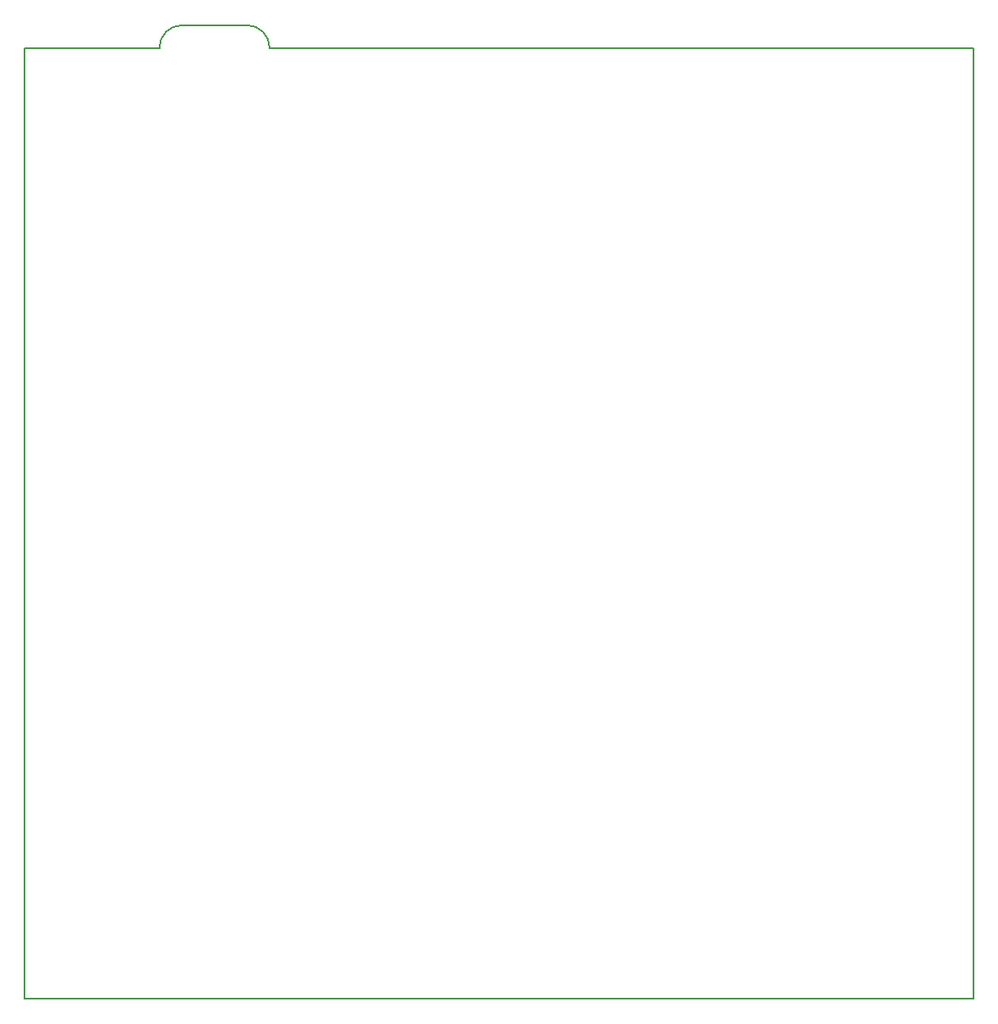
<source format=gm1>
G04 #@! TF.GenerationSoftware,KiCad,Pcbnew,(5.1.4-0-10_14)*
G04 #@! TF.CreationDate,2019-11-16T18:09:27+01:00*
G04 #@! TF.ProjectId,tripel,74726970-656c-42e6-9b69-6361645f7063,rev?*
G04 #@! TF.SameCoordinates,Original*
G04 #@! TF.FileFunction,Profile,NP*
%FSLAX46Y46*%
G04 Gerber Fmt 4.6, Leading zero omitted, Abs format (unit mm)*
G04 Created by KiCad (PCBNEW (5.1.4-0-10_14)) date 2019-11-16 18:09:27*
%MOMM*%
%LPD*%
G04 APERTURE LIST*
%ADD10C,0.150000*%
G04 APERTURE END LIST*
D10*
X206906250Y-133312500D02*
X111843750Y-133312500D01*
X127635000Y-35814000D02*
X134112000Y-35814000D01*
X125349000Y-38100000D02*
G75*
G02X127635000Y-35814000I2286000J0D01*
G01*
X134112000Y-35814000D02*
G75*
G02X136398000Y-38100000I0J-2286000D01*
G01*
X125349000Y-38100000D02*
X111843750Y-38100000D01*
X206906250Y-38100000D02*
X136398000Y-38100000D01*
X111843750Y-133312500D02*
X111843750Y-38100000D01*
X206906250Y-38100000D02*
X206906250Y-133312500D01*
M02*

</source>
